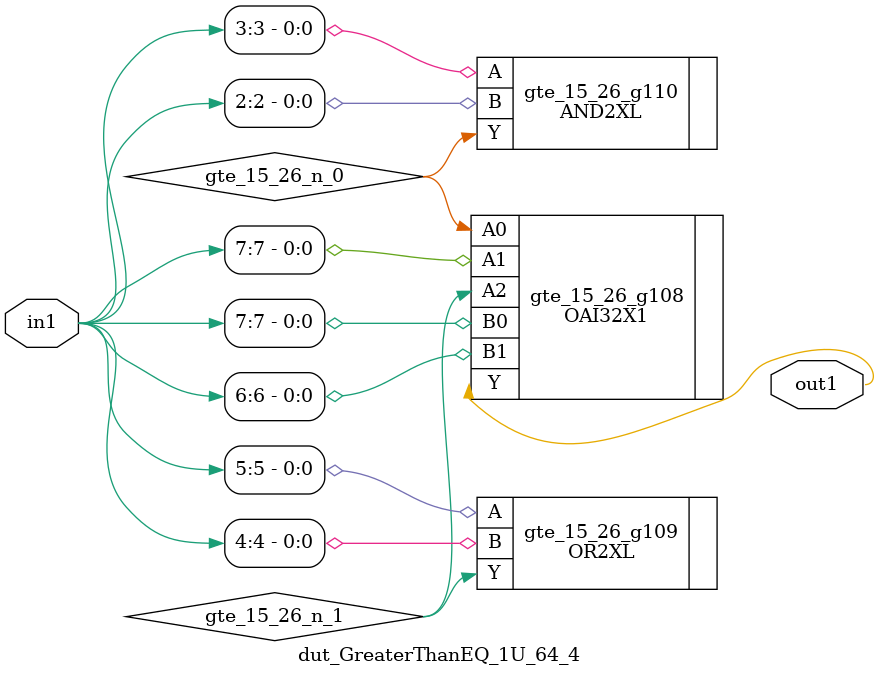
<source format=v>
`timescale 1ps / 1ps


module dut_GreaterThanEQ_1U_64_4(in1, out1);
  input [7:0] in1;
  output out1;
  wire [7:0] in1;
  wire out1;
  wire gte_15_26_n_0, gte_15_26_n_1;
  OAI32X1 gte_15_26_g108(.A0 (gte_15_26_n_0), .A1 (in1[7]), .A2
       (gte_15_26_n_1), .B0 (in1[7]), .B1 (in1[6]), .Y (out1));
  OR2XL gte_15_26_g109(.A (in1[5]), .B (in1[4]), .Y (gte_15_26_n_1));
  AND2XL gte_15_26_g110(.A (in1[3]), .B (in1[2]), .Y (gte_15_26_n_0));
endmodule



</source>
